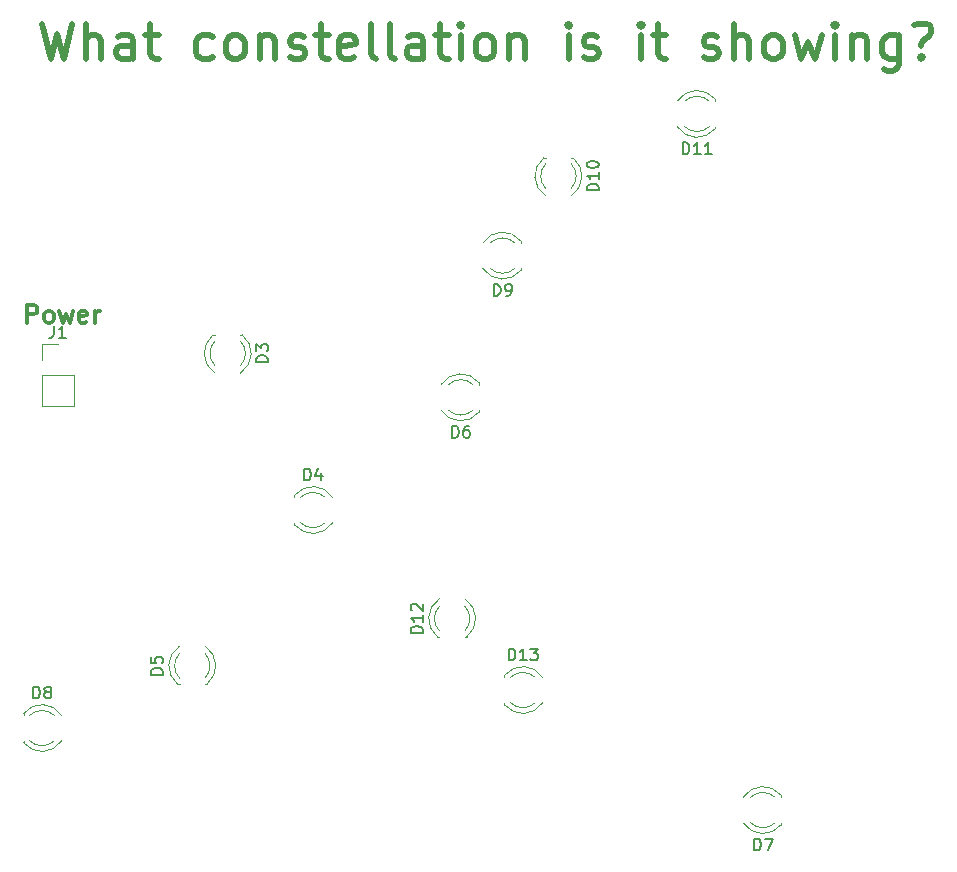
<source format=gto>
%TF.GenerationSoftware,KiCad,Pcbnew,(5.1.10)-1*%
%TF.CreationDate,2021-09-04T18:59:30+09:00*%
%TF.ProjectId,TsukCTF,5473756b-4354-4462-9e6b-696361645f70,rev?*%
%TF.SameCoordinates,Original*%
%TF.FileFunction,Legend,Top*%
%TF.FilePolarity,Positive*%
%FSLAX46Y46*%
G04 Gerber Fmt 4.6, Leading zero omitted, Abs format (unit mm)*
G04 Created by KiCad (PCBNEW (5.1.10)-1) date 2021-09-04 18:59:30*
%MOMM*%
%LPD*%
G01*
G04 APERTURE LIST*
%ADD10C,0.500000*%
%ADD11C,0.300000*%
%ADD12C,0.120000*%
%ADD13C,0.150000*%
G04 APERTURE END LIST*
D10*
X133285714Y-88357142D02*
X134000000Y-91357142D01*
X134571428Y-89214285D01*
X135142857Y-91357142D01*
X135857142Y-88357142D01*
X137000000Y-91357142D02*
X137000000Y-88357142D01*
X138285714Y-91357142D02*
X138285714Y-89785714D01*
X138142857Y-89500000D01*
X137857142Y-89357142D01*
X137428571Y-89357142D01*
X137142857Y-89500000D01*
X137000000Y-89642857D01*
X141000000Y-91357142D02*
X141000000Y-89785714D01*
X140857142Y-89500000D01*
X140571428Y-89357142D01*
X140000000Y-89357142D01*
X139714285Y-89500000D01*
X141000000Y-91214285D02*
X140714285Y-91357142D01*
X140000000Y-91357142D01*
X139714285Y-91214285D01*
X139571428Y-90928571D01*
X139571428Y-90642857D01*
X139714285Y-90357142D01*
X140000000Y-90214285D01*
X140714285Y-90214285D01*
X141000000Y-90071428D01*
X142000000Y-89357142D02*
X143142857Y-89357142D01*
X142428571Y-88357142D02*
X142428571Y-90928571D01*
X142571428Y-91214285D01*
X142857142Y-91357142D01*
X143142857Y-91357142D01*
X147714285Y-91214285D02*
X147428571Y-91357142D01*
X146857142Y-91357142D01*
X146571428Y-91214285D01*
X146428571Y-91071428D01*
X146285714Y-90785714D01*
X146285714Y-89928571D01*
X146428571Y-89642857D01*
X146571428Y-89500000D01*
X146857142Y-89357142D01*
X147428571Y-89357142D01*
X147714285Y-89500000D01*
X149428571Y-91357142D02*
X149142857Y-91214285D01*
X149000000Y-91071428D01*
X148857142Y-90785714D01*
X148857142Y-89928571D01*
X149000000Y-89642857D01*
X149142857Y-89500000D01*
X149428571Y-89357142D01*
X149857142Y-89357142D01*
X150142857Y-89500000D01*
X150285714Y-89642857D01*
X150428571Y-89928571D01*
X150428571Y-90785714D01*
X150285714Y-91071428D01*
X150142857Y-91214285D01*
X149857142Y-91357142D01*
X149428571Y-91357142D01*
X151714285Y-89357142D02*
X151714285Y-91357142D01*
X151714285Y-89642857D02*
X151857142Y-89500000D01*
X152142857Y-89357142D01*
X152571428Y-89357142D01*
X152857142Y-89500000D01*
X153000000Y-89785714D01*
X153000000Y-91357142D01*
X154285714Y-91214285D02*
X154571428Y-91357142D01*
X155142857Y-91357142D01*
X155428571Y-91214285D01*
X155571428Y-90928571D01*
X155571428Y-90785714D01*
X155428571Y-90500000D01*
X155142857Y-90357142D01*
X154714285Y-90357142D01*
X154428571Y-90214285D01*
X154285714Y-89928571D01*
X154285714Y-89785714D01*
X154428571Y-89500000D01*
X154714285Y-89357142D01*
X155142857Y-89357142D01*
X155428571Y-89500000D01*
X156428571Y-89357142D02*
X157571428Y-89357142D01*
X156857142Y-88357142D02*
X156857142Y-90928571D01*
X157000000Y-91214285D01*
X157285714Y-91357142D01*
X157571428Y-91357142D01*
X159714285Y-91214285D02*
X159428571Y-91357142D01*
X158857142Y-91357142D01*
X158571428Y-91214285D01*
X158428571Y-90928571D01*
X158428571Y-89785714D01*
X158571428Y-89500000D01*
X158857142Y-89357142D01*
X159428571Y-89357142D01*
X159714285Y-89500000D01*
X159857142Y-89785714D01*
X159857142Y-90071428D01*
X158428571Y-90357142D01*
X161571428Y-91357142D02*
X161285714Y-91214285D01*
X161142857Y-90928571D01*
X161142857Y-88357142D01*
X163142857Y-91357142D02*
X162857142Y-91214285D01*
X162714285Y-90928571D01*
X162714285Y-88357142D01*
X165571428Y-91357142D02*
X165571428Y-89785714D01*
X165428571Y-89500000D01*
X165142857Y-89357142D01*
X164571428Y-89357142D01*
X164285714Y-89500000D01*
X165571428Y-91214285D02*
X165285714Y-91357142D01*
X164571428Y-91357142D01*
X164285714Y-91214285D01*
X164142857Y-90928571D01*
X164142857Y-90642857D01*
X164285714Y-90357142D01*
X164571428Y-90214285D01*
X165285714Y-90214285D01*
X165571428Y-90071428D01*
X166571428Y-89357142D02*
X167714285Y-89357142D01*
X167000000Y-88357142D02*
X167000000Y-90928571D01*
X167142857Y-91214285D01*
X167428571Y-91357142D01*
X167714285Y-91357142D01*
X168714285Y-91357142D02*
X168714285Y-89357142D01*
X168714285Y-88357142D02*
X168571428Y-88500000D01*
X168714285Y-88642857D01*
X168857142Y-88500000D01*
X168714285Y-88357142D01*
X168714285Y-88642857D01*
X170571428Y-91357142D02*
X170285714Y-91214285D01*
X170142857Y-91071428D01*
X170000000Y-90785714D01*
X170000000Y-89928571D01*
X170142857Y-89642857D01*
X170285714Y-89500000D01*
X170571428Y-89357142D01*
X171000000Y-89357142D01*
X171285714Y-89500000D01*
X171428571Y-89642857D01*
X171571428Y-89928571D01*
X171571428Y-90785714D01*
X171428571Y-91071428D01*
X171285714Y-91214285D01*
X171000000Y-91357142D01*
X170571428Y-91357142D01*
X172857142Y-89357142D02*
X172857142Y-91357142D01*
X172857142Y-89642857D02*
X173000000Y-89500000D01*
X173285714Y-89357142D01*
X173714285Y-89357142D01*
X174000000Y-89500000D01*
X174142857Y-89785714D01*
X174142857Y-91357142D01*
X177857142Y-91357142D02*
X177857142Y-89357142D01*
X177857142Y-88357142D02*
X177714285Y-88500000D01*
X177857142Y-88642857D01*
X178000000Y-88500000D01*
X177857142Y-88357142D01*
X177857142Y-88642857D01*
X179142857Y-91214285D02*
X179428571Y-91357142D01*
X179999999Y-91357142D01*
X180285714Y-91214285D01*
X180428571Y-90928571D01*
X180428571Y-90785714D01*
X180285714Y-90500000D01*
X179999999Y-90357142D01*
X179571428Y-90357142D01*
X179285714Y-90214285D01*
X179142857Y-89928571D01*
X179142857Y-89785714D01*
X179285714Y-89500000D01*
X179571428Y-89357142D01*
X179999999Y-89357142D01*
X180285714Y-89500000D01*
X183999999Y-91357142D02*
X183999999Y-89357142D01*
X183999999Y-88357142D02*
X183857142Y-88500000D01*
X183999999Y-88642857D01*
X184142857Y-88500000D01*
X183999999Y-88357142D01*
X183999999Y-88642857D01*
X184999999Y-89357142D02*
X186142857Y-89357142D01*
X185428571Y-88357142D02*
X185428571Y-90928571D01*
X185571428Y-91214285D01*
X185857142Y-91357142D01*
X186142857Y-91357142D01*
X189285714Y-91214285D02*
X189571428Y-91357142D01*
X190142857Y-91357142D01*
X190428571Y-91214285D01*
X190571428Y-90928571D01*
X190571428Y-90785714D01*
X190428571Y-90500000D01*
X190142857Y-90357142D01*
X189714285Y-90357142D01*
X189428571Y-90214285D01*
X189285714Y-89928571D01*
X189285714Y-89785714D01*
X189428571Y-89500000D01*
X189714285Y-89357142D01*
X190142857Y-89357142D01*
X190428571Y-89500000D01*
X191857142Y-91357142D02*
X191857142Y-88357142D01*
X193142857Y-91357142D02*
X193142857Y-89785714D01*
X192999999Y-89500000D01*
X192714285Y-89357142D01*
X192285714Y-89357142D01*
X191999999Y-89500000D01*
X191857142Y-89642857D01*
X194999999Y-91357142D02*
X194714285Y-91214285D01*
X194571428Y-91071428D01*
X194428571Y-90785714D01*
X194428571Y-89928571D01*
X194571428Y-89642857D01*
X194714285Y-89500000D01*
X194999999Y-89357142D01*
X195428571Y-89357142D01*
X195714285Y-89500000D01*
X195857142Y-89642857D01*
X195999999Y-89928571D01*
X195999999Y-90785714D01*
X195857142Y-91071428D01*
X195714285Y-91214285D01*
X195428571Y-91357142D01*
X194999999Y-91357142D01*
X196999999Y-89357142D02*
X197571428Y-91357142D01*
X198142857Y-89928571D01*
X198714285Y-91357142D01*
X199285714Y-89357142D01*
X200428571Y-91357142D02*
X200428571Y-89357142D01*
X200428571Y-88357142D02*
X200285714Y-88500000D01*
X200428571Y-88642857D01*
X200571428Y-88500000D01*
X200428571Y-88357142D01*
X200428571Y-88642857D01*
X201857142Y-89357142D02*
X201857142Y-91357142D01*
X201857142Y-89642857D02*
X201999999Y-89500000D01*
X202285714Y-89357142D01*
X202714285Y-89357142D01*
X202999999Y-89500000D01*
X203142857Y-89785714D01*
X203142857Y-91357142D01*
X205857142Y-89357142D02*
X205857142Y-91785714D01*
X205714285Y-92071428D01*
X205571428Y-92214285D01*
X205285714Y-92357142D01*
X204857142Y-92357142D01*
X204571428Y-92214285D01*
X205857142Y-91214285D02*
X205571428Y-91357142D01*
X205000000Y-91357142D01*
X204714285Y-91214285D01*
X204571428Y-91071428D01*
X204428571Y-90785714D01*
X204428571Y-89928571D01*
X204571428Y-89642857D01*
X204714285Y-89500000D01*
X205000000Y-89357142D01*
X205571428Y-89357142D01*
X205857142Y-89500000D01*
X207714285Y-91071428D02*
X207857142Y-91214285D01*
X207714285Y-91357142D01*
X207571428Y-91214285D01*
X207714285Y-91071428D01*
X207714285Y-91357142D01*
X207142857Y-88500000D02*
X207428571Y-88357142D01*
X208142857Y-88357142D01*
X208428571Y-88500000D01*
X208571428Y-88785714D01*
X208571428Y-89071428D01*
X208428571Y-89357142D01*
X208285714Y-89500000D01*
X208000000Y-89642857D01*
X207857142Y-89785714D01*
X207714285Y-90071428D01*
X207714285Y-90214285D01*
D11*
X132035714Y-113678571D02*
X132035714Y-112178571D01*
X132607142Y-112178571D01*
X132750000Y-112250000D01*
X132821428Y-112321428D01*
X132892857Y-112464285D01*
X132892857Y-112678571D01*
X132821428Y-112821428D01*
X132750000Y-112892857D01*
X132607142Y-112964285D01*
X132035714Y-112964285D01*
X133750000Y-113678571D02*
X133607142Y-113607142D01*
X133535714Y-113535714D01*
X133464285Y-113392857D01*
X133464285Y-112964285D01*
X133535714Y-112821428D01*
X133607142Y-112750000D01*
X133750000Y-112678571D01*
X133964285Y-112678571D01*
X134107142Y-112750000D01*
X134178571Y-112821428D01*
X134250000Y-112964285D01*
X134250000Y-113392857D01*
X134178571Y-113535714D01*
X134107142Y-113607142D01*
X133964285Y-113678571D01*
X133750000Y-113678571D01*
X134750000Y-112678571D02*
X135035714Y-113678571D01*
X135321428Y-112964285D01*
X135607142Y-113678571D01*
X135892857Y-112678571D01*
X137035714Y-113607142D02*
X136892857Y-113678571D01*
X136607142Y-113678571D01*
X136464285Y-113607142D01*
X136392857Y-113464285D01*
X136392857Y-112892857D01*
X136464285Y-112750000D01*
X136607142Y-112678571D01*
X136892857Y-112678571D01*
X137035714Y-112750000D01*
X137107142Y-112892857D01*
X137107142Y-113035714D01*
X136392857Y-113178571D01*
X137750000Y-113678571D02*
X137750000Y-112678571D01*
X137750000Y-112964285D02*
X137821428Y-112821428D01*
X137892857Y-112750000D01*
X138035714Y-112678571D01*
X138178571Y-112678571D01*
D12*
%TO.C,D3*%
X150236000Y-114710000D02*
X150080000Y-114710000D01*
X147920000Y-114710000D02*
X147764000Y-114710000D01*
X150078608Y-117942335D02*
G75*
G03*
X150235516Y-114710000I-1078608J1672335D01*
G01*
X147921392Y-117942335D02*
G75*
G02*
X147764484Y-114710000I1078608J1672335D01*
G01*
X150079837Y-117311130D02*
G75*
G03*
X150080000Y-115229039I-1079837J1041130D01*
G01*
X147920163Y-117311130D02*
G75*
G02*
X147920000Y-115229039I1079837J1041130D01*
G01*
%TO.C,D4*%
X154650000Y-128304000D02*
X154650000Y-128460000D01*
X154650000Y-130620000D02*
X154650000Y-130776000D01*
X157882335Y-128461392D02*
G75*
G03*
X154650000Y-128304484I-1672335J-1078608D01*
G01*
X157882335Y-130618608D02*
G75*
G02*
X154650000Y-130775516I-1672335J1078608D01*
G01*
X157251130Y-128460163D02*
G75*
G03*
X155169039Y-128460000I-1041130J-1079837D01*
G01*
X157251130Y-130619837D02*
G75*
G02*
X155169039Y-130620000I-1041130J1079837D01*
G01*
%TO.C,D5*%
X147080000Y-144290000D02*
X147236000Y-144290000D01*
X144764000Y-144290000D02*
X144920000Y-144290000D01*
X147079837Y-141688870D02*
G75*
G02*
X147080000Y-143770961I-1079837J-1041130D01*
G01*
X144920163Y-141688870D02*
G75*
G03*
X144920000Y-143770961I1079837J-1041130D01*
G01*
X147078608Y-141057665D02*
G75*
G02*
X147235516Y-144290000I-1078608J-1672335D01*
G01*
X144921392Y-141057665D02*
G75*
G03*
X144764484Y-144290000I1078608J-1672335D01*
G01*
%TO.C,D6*%
X170290000Y-118920000D02*
X170290000Y-118764000D01*
X170290000Y-121236000D02*
X170290000Y-121080000D01*
X167688870Y-118920163D02*
G75*
G02*
X169770961Y-118920000I1041130J-1079837D01*
G01*
X167688870Y-121079837D02*
G75*
G03*
X169770961Y-121080000I1041130J1079837D01*
G01*
X167057665Y-118921392D02*
G75*
G02*
X170290000Y-118764484I1672335J-1078608D01*
G01*
X167057665Y-121078608D02*
G75*
G03*
X170290000Y-121235516I1672335J1078608D01*
G01*
%TO.C,D7*%
X195870000Y-156176000D02*
X195870000Y-156020000D01*
X195870000Y-153860000D02*
X195870000Y-153704000D01*
X192637665Y-156018608D02*
G75*
G03*
X195870000Y-156175516I1672335J1078608D01*
G01*
X192637665Y-153861392D02*
G75*
G02*
X195870000Y-153704484I1672335J-1078608D01*
G01*
X193268870Y-156019837D02*
G75*
G03*
X195350961Y-156020000I1041130J1079837D01*
G01*
X193268870Y-153860163D02*
G75*
G02*
X195350961Y-153860000I1041130J-1079837D01*
G01*
%TO.C,D8*%
X131710000Y-149080000D02*
X131710000Y-149236000D01*
X131710000Y-146764000D02*
X131710000Y-146920000D01*
X134311130Y-149079837D02*
G75*
G02*
X132229039Y-149080000I-1041130J1079837D01*
G01*
X134311130Y-146920163D02*
G75*
G03*
X132229039Y-146920000I-1041130J-1079837D01*
G01*
X134942335Y-149078608D02*
G75*
G02*
X131710000Y-149235516I-1672335J1078608D01*
G01*
X134942335Y-146921392D02*
G75*
G03*
X131710000Y-146764484I-1672335J-1078608D01*
G01*
%TO.C,D9*%
X173830000Y-106920000D02*
X173830000Y-106764000D01*
X173830000Y-109236000D02*
X173830000Y-109080000D01*
X171228870Y-106920163D02*
G75*
G02*
X173310961Y-106920000I1041130J-1079837D01*
G01*
X171228870Y-109079837D02*
G75*
G03*
X173310961Y-109080000I1041130J1079837D01*
G01*
X170597665Y-106921392D02*
G75*
G02*
X173830000Y-106764484I1672335J-1078608D01*
G01*
X170597665Y-109078608D02*
G75*
G03*
X173830000Y-109235516I1672335J1078608D01*
G01*
%TO.C,D10*%
X175920000Y-99710000D02*
X175764000Y-99710000D01*
X178236000Y-99710000D02*
X178080000Y-99710000D01*
X175920163Y-102311130D02*
G75*
G02*
X175920000Y-100229039I1079837J1041130D01*
G01*
X178079837Y-102311130D02*
G75*
G03*
X178080000Y-100229039I-1079837J1041130D01*
G01*
X175921392Y-102942335D02*
G75*
G02*
X175764484Y-99710000I1078608J1672335D01*
G01*
X178078608Y-102942335D02*
G75*
G03*
X178235516Y-99710000I-1078608J1672335D01*
G01*
%TO.C,D11*%
X190290000Y-97236000D02*
X190290000Y-97080000D01*
X190290000Y-94920000D02*
X190290000Y-94764000D01*
X187057665Y-97078608D02*
G75*
G03*
X190290000Y-97235516I1672335J1078608D01*
G01*
X187057665Y-94921392D02*
G75*
G02*
X190290000Y-94764484I1672335J-1078608D01*
G01*
X187688870Y-97079837D02*
G75*
G03*
X189770961Y-97080000I1041130J1079837D01*
G01*
X187688870Y-94920163D02*
G75*
G02*
X189770961Y-94920000I1041130J-1079837D01*
G01*
%TO.C,D12*%
X166764000Y-140290000D02*
X166920000Y-140290000D01*
X169080000Y-140290000D02*
X169236000Y-140290000D01*
X166921392Y-137057665D02*
G75*
G03*
X166764484Y-140290000I1078608J-1672335D01*
G01*
X169078608Y-137057665D02*
G75*
G02*
X169235516Y-140290000I-1078608J-1672335D01*
G01*
X166920163Y-137688870D02*
G75*
G03*
X166920000Y-139770961I1079837J-1041130D01*
G01*
X169079837Y-137688870D02*
G75*
G02*
X169080000Y-139770961I-1079837J-1041130D01*
G01*
%TO.C,D13*%
X172430000Y-145860000D02*
X172430000Y-146016000D01*
X172430000Y-143544000D02*
X172430000Y-143700000D01*
X175031130Y-145859837D02*
G75*
G02*
X172949039Y-145860000I-1041130J1079837D01*
G01*
X175031130Y-143700163D02*
G75*
G03*
X172949039Y-143700000I-1041130J-1079837D01*
G01*
X175662335Y-145858608D02*
G75*
G02*
X172430000Y-146015516I-1672335J1078608D01*
G01*
X175662335Y-143701392D02*
G75*
G03*
X172430000Y-143544484I-1672335J-1078608D01*
G01*
%TO.C,J1*%
X133290000Y-120710000D02*
X135950000Y-120710000D01*
X133290000Y-118110000D02*
X133290000Y-120710000D01*
X135950000Y-118110000D02*
X135950000Y-120710000D01*
X133290000Y-118110000D02*
X135950000Y-118110000D01*
X133290000Y-116840000D02*
X133290000Y-115510000D01*
X133290000Y-115510000D02*
X134620000Y-115510000D01*
%TO.C,D3*%
D13*
X152412380Y-117008095D02*
X151412380Y-117008095D01*
X151412380Y-116770000D01*
X151460000Y-116627142D01*
X151555238Y-116531904D01*
X151650476Y-116484285D01*
X151840952Y-116436666D01*
X151983809Y-116436666D01*
X152174285Y-116484285D01*
X152269523Y-116531904D01*
X152364761Y-116627142D01*
X152412380Y-116770000D01*
X152412380Y-117008095D01*
X151412380Y-116103333D02*
X151412380Y-115484285D01*
X151793333Y-115817619D01*
X151793333Y-115674761D01*
X151840952Y-115579523D01*
X151888571Y-115531904D01*
X151983809Y-115484285D01*
X152221904Y-115484285D01*
X152317142Y-115531904D01*
X152364761Y-115579523D01*
X152412380Y-115674761D01*
X152412380Y-115960476D01*
X152364761Y-116055714D01*
X152317142Y-116103333D01*
%TO.C,D4*%
X155471904Y-127032380D02*
X155471904Y-126032380D01*
X155710000Y-126032380D01*
X155852857Y-126080000D01*
X155948095Y-126175238D01*
X155995714Y-126270476D01*
X156043333Y-126460952D01*
X156043333Y-126603809D01*
X155995714Y-126794285D01*
X155948095Y-126889523D01*
X155852857Y-126984761D01*
X155710000Y-127032380D01*
X155471904Y-127032380D01*
X156900476Y-126365714D02*
X156900476Y-127032380D01*
X156662380Y-125984761D02*
X156424285Y-126699047D01*
X157043333Y-126699047D01*
%TO.C,D5*%
X143492380Y-143468095D02*
X142492380Y-143468095D01*
X142492380Y-143230000D01*
X142540000Y-143087142D01*
X142635238Y-142991904D01*
X142730476Y-142944285D01*
X142920952Y-142896666D01*
X143063809Y-142896666D01*
X143254285Y-142944285D01*
X143349523Y-142991904D01*
X143444761Y-143087142D01*
X143492380Y-143230000D01*
X143492380Y-143468095D01*
X142492380Y-141991904D02*
X142492380Y-142468095D01*
X142968571Y-142515714D01*
X142920952Y-142468095D01*
X142873333Y-142372857D01*
X142873333Y-142134761D01*
X142920952Y-142039523D01*
X142968571Y-141991904D01*
X143063809Y-141944285D01*
X143301904Y-141944285D01*
X143397142Y-141991904D01*
X143444761Y-142039523D01*
X143492380Y-142134761D01*
X143492380Y-142372857D01*
X143444761Y-142468095D01*
X143397142Y-142515714D01*
%TO.C,D6*%
X167991904Y-123412380D02*
X167991904Y-122412380D01*
X168230000Y-122412380D01*
X168372857Y-122460000D01*
X168468095Y-122555238D01*
X168515714Y-122650476D01*
X168563333Y-122840952D01*
X168563333Y-122983809D01*
X168515714Y-123174285D01*
X168468095Y-123269523D01*
X168372857Y-123364761D01*
X168230000Y-123412380D01*
X167991904Y-123412380D01*
X169420476Y-122412380D02*
X169230000Y-122412380D01*
X169134761Y-122460000D01*
X169087142Y-122507619D01*
X168991904Y-122650476D01*
X168944285Y-122840952D01*
X168944285Y-123221904D01*
X168991904Y-123317142D01*
X169039523Y-123364761D01*
X169134761Y-123412380D01*
X169325238Y-123412380D01*
X169420476Y-123364761D01*
X169468095Y-123317142D01*
X169515714Y-123221904D01*
X169515714Y-122983809D01*
X169468095Y-122888571D01*
X169420476Y-122840952D01*
X169325238Y-122793333D01*
X169134761Y-122793333D01*
X169039523Y-122840952D01*
X168991904Y-122888571D01*
X168944285Y-122983809D01*
%TO.C,D7*%
X193571904Y-158352380D02*
X193571904Y-157352380D01*
X193810000Y-157352380D01*
X193952857Y-157400000D01*
X194048095Y-157495238D01*
X194095714Y-157590476D01*
X194143333Y-157780952D01*
X194143333Y-157923809D01*
X194095714Y-158114285D01*
X194048095Y-158209523D01*
X193952857Y-158304761D01*
X193810000Y-158352380D01*
X193571904Y-158352380D01*
X194476666Y-157352380D02*
X195143333Y-157352380D01*
X194714761Y-158352380D01*
%TO.C,D8*%
X132531904Y-145492380D02*
X132531904Y-144492380D01*
X132770000Y-144492380D01*
X132912857Y-144540000D01*
X133008095Y-144635238D01*
X133055714Y-144730476D01*
X133103333Y-144920952D01*
X133103333Y-145063809D01*
X133055714Y-145254285D01*
X133008095Y-145349523D01*
X132912857Y-145444761D01*
X132770000Y-145492380D01*
X132531904Y-145492380D01*
X133674761Y-144920952D02*
X133579523Y-144873333D01*
X133531904Y-144825714D01*
X133484285Y-144730476D01*
X133484285Y-144682857D01*
X133531904Y-144587619D01*
X133579523Y-144540000D01*
X133674761Y-144492380D01*
X133865238Y-144492380D01*
X133960476Y-144540000D01*
X134008095Y-144587619D01*
X134055714Y-144682857D01*
X134055714Y-144730476D01*
X134008095Y-144825714D01*
X133960476Y-144873333D01*
X133865238Y-144920952D01*
X133674761Y-144920952D01*
X133579523Y-144968571D01*
X133531904Y-145016190D01*
X133484285Y-145111428D01*
X133484285Y-145301904D01*
X133531904Y-145397142D01*
X133579523Y-145444761D01*
X133674761Y-145492380D01*
X133865238Y-145492380D01*
X133960476Y-145444761D01*
X134008095Y-145397142D01*
X134055714Y-145301904D01*
X134055714Y-145111428D01*
X134008095Y-145016190D01*
X133960476Y-144968571D01*
X133865238Y-144920952D01*
%TO.C,D9*%
X171531904Y-111412380D02*
X171531904Y-110412380D01*
X171770000Y-110412380D01*
X171912857Y-110460000D01*
X172008095Y-110555238D01*
X172055714Y-110650476D01*
X172103333Y-110840952D01*
X172103333Y-110983809D01*
X172055714Y-111174285D01*
X172008095Y-111269523D01*
X171912857Y-111364761D01*
X171770000Y-111412380D01*
X171531904Y-111412380D01*
X172579523Y-111412380D02*
X172770000Y-111412380D01*
X172865238Y-111364761D01*
X172912857Y-111317142D01*
X173008095Y-111174285D01*
X173055714Y-110983809D01*
X173055714Y-110602857D01*
X173008095Y-110507619D01*
X172960476Y-110460000D01*
X172865238Y-110412380D01*
X172674761Y-110412380D01*
X172579523Y-110460000D01*
X172531904Y-110507619D01*
X172484285Y-110602857D01*
X172484285Y-110840952D01*
X172531904Y-110936190D01*
X172579523Y-110983809D01*
X172674761Y-111031428D01*
X172865238Y-111031428D01*
X172960476Y-110983809D01*
X173008095Y-110936190D01*
X173055714Y-110840952D01*
%TO.C,D10*%
X180412380Y-102484285D02*
X179412380Y-102484285D01*
X179412380Y-102246190D01*
X179460000Y-102103333D01*
X179555238Y-102008095D01*
X179650476Y-101960476D01*
X179840952Y-101912857D01*
X179983809Y-101912857D01*
X180174285Y-101960476D01*
X180269523Y-102008095D01*
X180364761Y-102103333D01*
X180412380Y-102246190D01*
X180412380Y-102484285D01*
X180412380Y-100960476D02*
X180412380Y-101531904D01*
X180412380Y-101246190D02*
X179412380Y-101246190D01*
X179555238Y-101341428D01*
X179650476Y-101436666D01*
X179698095Y-101531904D01*
X179412380Y-100341428D02*
X179412380Y-100246190D01*
X179460000Y-100150952D01*
X179507619Y-100103333D01*
X179602857Y-100055714D01*
X179793333Y-100008095D01*
X180031428Y-100008095D01*
X180221904Y-100055714D01*
X180317142Y-100103333D01*
X180364761Y-100150952D01*
X180412380Y-100246190D01*
X180412380Y-100341428D01*
X180364761Y-100436666D01*
X180317142Y-100484285D01*
X180221904Y-100531904D01*
X180031428Y-100579523D01*
X179793333Y-100579523D01*
X179602857Y-100531904D01*
X179507619Y-100484285D01*
X179460000Y-100436666D01*
X179412380Y-100341428D01*
%TO.C,D11*%
X187515714Y-99412380D02*
X187515714Y-98412380D01*
X187753809Y-98412380D01*
X187896666Y-98460000D01*
X187991904Y-98555238D01*
X188039523Y-98650476D01*
X188087142Y-98840952D01*
X188087142Y-98983809D01*
X188039523Y-99174285D01*
X187991904Y-99269523D01*
X187896666Y-99364761D01*
X187753809Y-99412380D01*
X187515714Y-99412380D01*
X189039523Y-99412380D02*
X188468095Y-99412380D01*
X188753809Y-99412380D02*
X188753809Y-98412380D01*
X188658571Y-98555238D01*
X188563333Y-98650476D01*
X188468095Y-98698095D01*
X189991904Y-99412380D02*
X189420476Y-99412380D01*
X189706190Y-99412380D02*
X189706190Y-98412380D01*
X189610952Y-98555238D01*
X189515714Y-98650476D01*
X189420476Y-98698095D01*
%TO.C,D12*%
X165492380Y-139944285D02*
X164492380Y-139944285D01*
X164492380Y-139706190D01*
X164540000Y-139563333D01*
X164635238Y-139468095D01*
X164730476Y-139420476D01*
X164920952Y-139372857D01*
X165063809Y-139372857D01*
X165254285Y-139420476D01*
X165349523Y-139468095D01*
X165444761Y-139563333D01*
X165492380Y-139706190D01*
X165492380Y-139944285D01*
X165492380Y-138420476D02*
X165492380Y-138991904D01*
X165492380Y-138706190D02*
X164492380Y-138706190D01*
X164635238Y-138801428D01*
X164730476Y-138896666D01*
X164778095Y-138991904D01*
X164587619Y-138039523D02*
X164540000Y-137991904D01*
X164492380Y-137896666D01*
X164492380Y-137658571D01*
X164540000Y-137563333D01*
X164587619Y-137515714D01*
X164682857Y-137468095D01*
X164778095Y-137468095D01*
X164920952Y-137515714D01*
X165492380Y-138087142D01*
X165492380Y-137468095D01*
%TO.C,D13*%
X172775714Y-142272380D02*
X172775714Y-141272380D01*
X173013809Y-141272380D01*
X173156666Y-141320000D01*
X173251904Y-141415238D01*
X173299523Y-141510476D01*
X173347142Y-141700952D01*
X173347142Y-141843809D01*
X173299523Y-142034285D01*
X173251904Y-142129523D01*
X173156666Y-142224761D01*
X173013809Y-142272380D01*
X172775714Y-142272380D01*
X174299523Y-142272380D02*
X173728095Y-142272380D01*
X174013809Y-142272380D02*
X174013809Y-141272380D01*
X173918571Y-141415238D01*
X173823333Y-141510476D01*
X173728095Y-141558095D01*
X174632857Y-141272380D02*
X175251904Y-141272380D01*
X174918571Y-141653333D01*
X175061428Y-141653333D01*
X175156666Y-141700952D01*
X175204285Y-141748571D01*
X175251904Y-141843809D01*
X175251904Y-142081904D01*
X175204285Y-142177142D01*
X175156666Y-142224761D01*
X175061428Y-142272380D01*
X174775714Y-142272380D01*
X174680476Y-142224761D01*
X174632857Y-142177142D01*
%TO.C,J1*%
X134286666Y-113962380D02*
X134286666Y-114676666D01*
X134239047Y-114819523D01*
X134143809Y-114914761D01*
X134000952Y-114962380D01*
X133905714Y-114962380D01*
X135286666Y-114962380D02*
X134715238Y-114962380D01*
X135000952Y-114962380D02*
X135000952Y-113962380D01*
X134905714Y-114105238D01*
X134810476Y-114200476D01*
X134715238Y-114248095D01*
%TD*%
M02*

</source>
